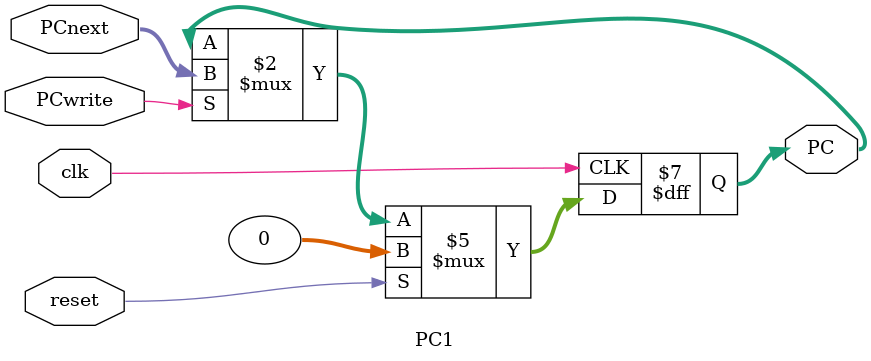
<source format=v>
`timescale 1ns / 1ps


module PC1(
input reset,
input clk ,
input PCwrite,
input [31:0] PCnext,
output reg [31:0] PC
    );
    always @(posedge clk) begin 
    if(reset) begin 
    PC<=0;
    end 
    else if(PCwrite) begin 
    PC <=PCnext;
    end 
 
    end  
endmodule

</source>
